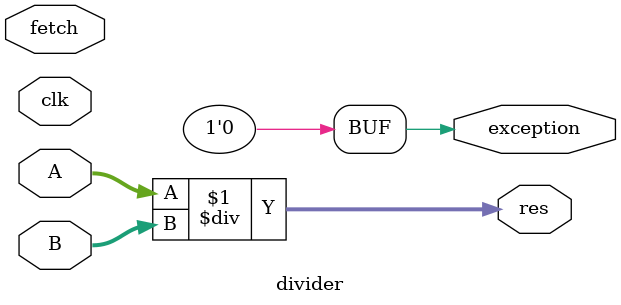
<source format=v>
module divider(A, B, clk, fetch, res, exception);
	input [31:0] A, B;
	input clk, fetch;
	output [31:0] res;
	output exception;
	
	assign res = A / B;
	assign exception = 1'b0;
endmodule 
</source>
